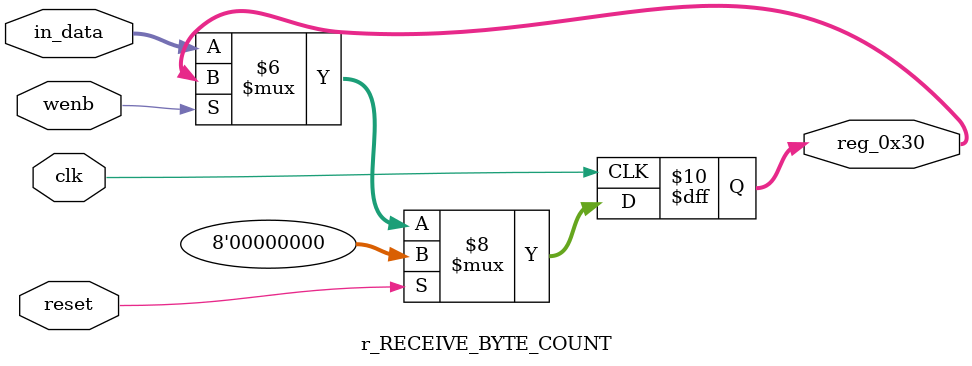
<source format=v>
module r_RECEIVE_BYTE_COUNT(output reg [7:0] reg_0x30, input wire reset, input wire wenb, input wire [7:0] in_data, input wire clk);
	always@(posedge clk)
	begin
		if(reset==0) begin
			if(wenb==0)
				reg_0x30<=in_data;
			else
				reg_0x30<=reg_0x30;
		end
		else
			reg_0x30<=8'h00;
	end
endmodule
</source>
